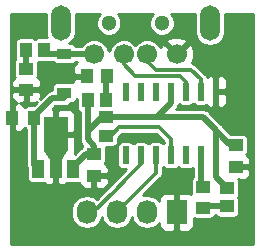
<source format=gbr>
G04 #@! TF.GenerationSoftware,KiCad,Pcbnew,(5.0.0)*
G04 #@! TF.CreationDate,2019-03-13T11:52:12+09:00*
G04 #@! TF.ProjectId,USBtoUART,555342746F554152542E6B696361645F,rev?*
G04 #@! TF.SameCoordinates,Original*
G04 #@! TF.FileFunction,Copper,L2,Bot,Signal*
G04 #@! TF.FilePolarity,Positive*
%FSLAX46Y46*%
G04 Gerber Fmt 4.6, Leading zero omitted, Abs format (unit mm)*
G04 Created by KiCad (PCBNEW (5.0.0)) date 03/13/19 11:52:12*
%MOMM*%
%LPD*%
G01*
G04 APERTURE LIST*
G04 #@! TA.AperFunction,SMDPad,CuDef*
%ADD10R,1.000760X1.501140*%
G04 #@! TD*
G04 #@! TA.AperFunction,SMDPad,CuDef*
%ADD11R,1.998980X2.999740*%
G04 #@! TD*
G04 #@! TA.AperFunction,SMDPad,CuDef*
%ADD12C,0.749300*%
G04 #@! TD*
G04 #@! TA.AperFunction,Conductor*
%ADD13C,0.100000*%
G04 #@! TD*
G04 #@! TA.AperFunction,SMDPad,CuDef*
%ADD14R,1.200000X1.000000*%
G04 #@! TD*
G04 #@! TA.AperFunction,ComponentPad*
%ADD15R,1.727200X2.032000*%
G04 #@! TD*
G04 #@! TA.AperFunction,ComponentPad*
%ADD16O,1.727200X2.032000*%
G04 #@! TD*
G04 #@! TA.AperFunction,SMDPad,CuDef*
%ADD17R,1.000000X1.200000*%
G04 #@! TD*
G04 #@! TA.AperFunction,SMDPad,CuDef*
%ADD18R,1.220000X0.910000*%
G04 #@! TD*
G04 #@! TA.AperFunction,ComponentPad*
%ADD19O,1.700000X3.000000*%
G04 #@! TD*
G04 #@! TA.AperFunction,ComponentPad*
%ADD20C,1.700000*%
G04 #@! TD*
G04 #@! TA.AperFunction,ComponentPad*
%ADD21C,1.300000*%
G04 #@! TD*
G04 #@! TA.AperFunction,SMDPad,CuDef*
%ADD22R,0.600000X1.500000*%
G04 #@! TD*
G04 #@! TA.AperFunction,Conductor*
%ADD23C,0.500000*%
G04 #@! TD*
G04 #@! TA.AperFunction,Conductor*
%ADD24C,0.300000*%
G04 #@! TD*
G04 #@! TA.AperFunction,Conductor*
%ADD25C,0.254000*%
G04 #@! TD*
G04 APERTURE END LIST*
D10*
G04 #@! TO.P,U1,1*
G04 #@! TO.N,+3.3V*
X94751140Y-116101660D03*
G04 #@! TO.P,U1,2*
G04 #@! TO.N,GND*
X93250000Y-116101660D03*
G04 #@! TO.P,U1,3*
G04 #@! TO.N,Net-(C1-Pad1)*
X91748860Y-116101660D03*
D11*
G04 #@! TO.P,U1,2*
G04 #@! TO.N,GND*
X93250000Y-113150180D03*
D12*
X93250000Y-114999300D03*
D13*
G04 #@! TD*
G04 #@! TO.N,GND*
G04 #@! TO.C,U1*
G36*
X92749620Y-115373950D02*
X92249240Y-114624650D01*
X94250760Y-114624650D01*
X93750380Y-115373950D01*
X92749620Y-115373950D01*
X92749620Y-115373950D01*
G37*
D14*
G04 #@! TO.P,C3,1*
G04 #@! TO.N,+3.3V*
X96500000Y-114800000D03*
G04 #@! TO.P,C3,2*
G04 #@! TO.N,GND*
X96500000Y-116680000D03*
G04 #@! TD*
D15*
G04 #@! TO.P,P2,1*
G04 #@! TO.N,GND*
X103500000Y-119750000D03*
D16*
G04 #@! TO.P,P2,2*
G04 #@! TO.N,VCC*
X100960000Y-119750000D03*
G04 #@! TO.P,P2,3*
G04 #@! TO.N,/RX*
X98420000Y-119750000D03*
G04 #@! TO.P,P2,4*
G04 #@! TO.N,/TX*
X95880000Y-119750000D03*
G04 #@! TD*
D17*
G04 #@! TO.P,C1,1*
G04 #@! TO.N,Net-(C1-Pad1)*
X91450000Y-111750000D03*
G04 #@! TO.P,C1,2*
G04 #@! TO.N,GND*
X89570000Y-111750000D03*
G04 #@! TD*
D14*
G04 #@! TO.P,C2,1*
G04 #@! TO.N,+3.3V*
X108500000Y-114050000D03*
G04 #@! TO.P,C2,2*
G04 #@! TO.N,GND*
X108500000Y-115930000D03*
G04 #@! TD*
D18*
G04 #@! TO.P,D1,1*
G04 #@! TO.N,+5V*
X94000000Y-106365000D03*
G04 #@! TO.P,D1,2*
G04 #@! TO.N,Net-(C1-Pad1)*
X94000000Y-109635000D03*
G04 #@! TD*
D19*
G04 #@! TO.P,P1,5*
G04 #@! TO.N,Net-(P1-Pad5)*
X106325000Y-103750000D03*
X93675000Y-103750000D03*
D20*
G04 #@! TO.P,P1,2*
G04 #@! TO.N,/D-*
X99000000Y-106400000D03*
G04 #@! TO.P,P1,1*
G04 #@! TO.N,+5V*
X96500000Y-106400000D03*
G04 #@! TO.P,P1,3*
G04 #@! TO.N,/D+*
X101000000Y-106400000D03*
G04 #@! TO.P,P1,4*
G04 #@! TO.N,GND*
X103500000Y-106400000D03*
D21*
G04 #@! TO.P,P1,*
G04 #@! TO.N,*
X97750000Y-103750000D03*
X102250000Y-103750000D03*
G04 #@! TD*
D22*
G04 #@! TO.P,U2,1*
G04 #@! TO.N,+3.3V*
X106810000Y-114950000D03*
G04 #@! TO.P,U2,2*
G04 #@! TO.N,/GP0*
X105540000Y-114950000D03*
G04 #@! TO.P,U2,3*
G04 #@! TO.N,/GP1*
X104270000Y-114950000D03*
G04 #@! TO.P,U2,4*
G04 #@! TO.N,Net-(R1-Pad1)*
X103000000Y-114950000D03*
G04 #@! TO.P,U2,5*
G04 #@! TO.N,/RX*
X101730000Y-114950000D03*
G04 #@! TO.P,U2,6*
G04 #@! TO.N,/TX*
X100460000Y-114950000D03*
G04 #@! TO.P,U2,7*
G04 #@! TO.N,/GP2*
X99190000Y-114950000D03*
G04 #@! TO.P,U2,8*
G04 #@! TO.N,Net-(U2-Pad8)*
X99190000Y-109550000D03*
G04 #@! TO.P,U2,9*
G04 #@! TO.N,Net-(U2-Pad9)*
X100460000Y-109550000D03*
G04 #@! TO.P,U2,10*
G04 #@! TO.N,Net-(U2-Pad10)*
X101730000Y-109550000D03*
G04 #@! TO.P,U2,11*
G04 #@! TO.N,+3.3V*
X103000000Y-109550000D03*
G04 #@! TO.P,U2,12*
G04 #@! TO.N,/D-*
X104270000Y-109550000D03*
G04 #@! TO.P,U2,13*
G04 #@! TO.N,/D+*
X105540000Y-109550000D03*
G04 #@! TO.P,U2,14*
G04 #@! TO.N,GND*
X106810000Y-109550000D03*
G04 #@! TD*
D17*
G04 #@! TO.P,R2,1*
G04 #@! TO.N,Net-(D2-Pad1)*
X90720000Y-106000000D03*
G04 #@! TO.P,R2,2*
G04 #@! TO.N,+5V*
X92280000Y-106000000D03*
G04 #@! TD*
G04 #@! TO.P,R3,2*
G04 #@! TO.N,+3.3V*
X95970000Y-110250000D03*
G04 #@! TO.P,R3,1*
G04 #@! TO.N,Net-(D3-Pad1)*
X97530000Y-110250000D03*
G04 #@! TD*
D14*
G04 #@! TO.P,R4,1*
G04 #@! TO.N,Net-(D4-Pad1)*
X107750000Y-119280000D03*
G04 #@! TO.P,R4,2*
G04 #@! TO.N,+3.3V*
X107750000Y-117720000D03*
G04 #@! TD*
G04 #@! TO.P,D2,2*
G04 #@! TO.N,GND*
X90750000Y-109380000D03*
G04 #@! TO.P,D2,1*
G04 #@! TO.N,Net-(D2-Pad1)*
X90750000Y-107620000D03*
G04 #@! TD*
D17*
G04 #@! TO.P,D3,1*
G04 #@! TO.N,Net-(D3-Pad1)*
X97630000Y-108250000D03*
G04 #@! TO.P,D3,2*
G04 #@! TO.N,GND*
X95870000Y-108250000D03*
G04 #@! TD*
D14*
G04 #@! TO.P,D4,2*
G04 #@! TO.N,/GP0*
X105750000Y-117620000D03*
G04 #@! TO.P,D4,1*
G04 #@! TO.N,Net-(D4-Pad1)*
X105750000Y-119380000D03*
G04 #@! TD*
G04 #@! TO.P,R1,1*
G04 #@! TO.N,Net-(R1-Pad1)*
X97500000Y-113280000D03*
G04 #@! TO.P,R1,2*
G04 #@! TO.N,+3.3V*
X97500000Y-111720000D03*
G04 #@! TD*
D23*
G04 #@! TO.N,Net-(C1-Pad1)*
X91450000Y-111750000D02*
X91450000Y-111620000D01*
X92935000Y-110135000D02*
X94000000Y-110135000D01*
X91450000Y-111620000D02*
X92935000Y-110135000D01*
X91450000Y-111750000D02*
X91450000Y-115802800D01*
X91450000Y-115802800D02*
X91748860Y-116101660D01*
G04 #@! TO.N,+3.3V*
X95950000Y-110020000D02*
X95970000Y-110000000D01*
X97500000Y-111720000D02*
X101810000Y-111720000D01*
X103000000Y-110530000D02*
X103000000Y-109550000D01*
X101810000Y-111720000D02*
X103000000Y-110530000D01*
X108500000Y-113950000D02*
X107960000Y-113950000D01*
X107960000Y-113950000D02*
X105730000Y-111720000D01*
X105730000Y-111720000D02*
X101810000Y-111720000D01*
X106810000Y-114950000D02*
X106810000Y-116780000D01*
X106810000Y-116780000D02*
X107750000Y-117720000D01*
X106810000Y-114950000D02*
X106810000Y-112800000D01*
X106810000Y-112800000D02*
X105730000Y-111720000D01*
X96500000Y-114800000D02*
X96500000Y-114140000D01*
X96500000Y-114140000D02*
X95970000Y-113610000D01*
X95970000Y-113610000D02*
X95970000Y-113040000D01*
X95970000Y-113040000D02*
X95970000Y-110250000D01*
X97500000Y-111720000D02*
X97150000Y-111720000D01*
X97150000Y-111720000D02*
X96720000Y-112150000D01*
X96720000Y-112150000D02*
X95970000Y-112900000D01*
X95970000Y-113610000D02*
X95970000Y-112900000D01*
X95970000Y-112900000D02*
X96720000Y-112150000D01*
X94751140Y-116101660D02*
X94751140Y-115908860D01*
X95860000Y-114800000D02*
X96500000Y-114800000D01*
X94751140Y-115908860D02*
X95860000Y-114800000D01*
G04 #@! TO.N,+5V*
X96500000Y-106400000D02*
X94035000Y-106400000D01*
X94035000Y-106400000D02*
X94000000Y-106365000D01*
X94000000Y-106365000D02*
X92645000Y-106365000D01*
X92645000Y-106365000D02*
X92280000Y-106000000D01*
G04 #@! TO.N,Net-(D2-Pad1)*
X90720000Y-106000000D02*
X90720000Y-107590000D01*
X90720000Y-107590000D02*
X90750000Y-107620000D01*
G04 #@! TO.N,Net-(D3-Pad1)*
X97530000Y-110000000D02*
X97530000Y-108350000D01*
X97530000Y-108350000D02*
X97630000Y-108250000D01*
G04 #@! TO.N,/GP0*
X105540000Y-115450000D02*
X105540000Y-117410000D01*
X105540000Y-117410000D02*
X105750000Y-117620000D01*
G04 #@! TO.N,Net-(D4-Pad1)*
X107750000Y-119280000D02*
X105850000Y-119280000D01*
X105850000Y-119280000D02*
X105750000Y-119380000D01*
D24*
G04 #@! TO.N,/D-*
X99000000Y-106400000D02*
X99000000Y-107260000D01*
X104270000Y-108720000D02*
X104270000Y-109550000D01*
X103800000Y-108250000D02*
X104270000Y-108720000D01*
X99990000Y-108250000D02*
X103800000Y-108250000D01*
X99000000Y-107260000D02*
X99990000Y-108250000D01*
G04 #@! TO.N,/D+*
X101000000Y-106400000D02*
X101000000Y-106990000D01*
X105540000Y-108520000D02*
X105540000Y-109550000D01*
X104740000Y-107720000D02*
X105540000Y-108520000D01*
X101730000Y-107720000D02*
X104740000Y-107720000D01*
X101000000Y-106990000D02*
X101730000Y-107720000D01*
G04 #@! TO.N,/RX*
X101730000Y-114950000D02*
X101730000Y-116440000D01*
X101730000Y-116440000D02*
X98420000Y-119750000D01*
G04 #@! TO.N,/TX*
X96420000Y-119750000D02*
X95880000Y-119750000D01*
X98240000Y-117930000D02*
X96420000Y-119750000D01*
X98240000Y-117930000D02*
X99280000Y-116890000D01*
X99280000Y-116890000D02*
X100280000Y-115890000D01*
X100280000Y-115890000D02*
X100190000Y-115980000D01*
X100460000Y-114950000D02*
X100460000Y-115710000D01*
X100460000Y-115710000D02*
X100280000Y-115890000D01*
G04 #@! TO.N,Net-(R1-Pad1)*
X97500000Y-113280000D02*
X97940000Y-113280000D01*
X103000000Y-113590000D02*
X103000000Y-114950000D01*
X102000000Y-112590000D02*
X103000000Y-113590000D01*
X98630000Y-112590000D02*
X102000000Y-112590000D01*
X97940000Y-113280000D02*
X98630000Y-112590000D01*
G04 #@! TD*
D25*
G04 #@! TO.N,GND*
G36*
X92398000Y-104525769D02*
X92472093Y-104898260D01*
X92516444Y-104964635D01*
X91780000Y-104964635D01*
X91613393Y-104997775D01*
X91500000Y-105073541D01*
X91386607Y-104997775D01*
X91220000Y-104964635D01*
X90220000Y-104964635D01*
X90053393Y-104997775D01*
X89912150Y-105092150D01*
X89817775Y-105233393D01*
X89784635Y-105400000D01*
X89784635Y-106600000D01*
X89817775Y-106766607D01*
X89846337Y-106809353D01*
X89842150Y-106812150D01*
X89747775Y-106953393D01*
X89714635Y-107120000D01*
X89714635Y-108120000D01*
X89747775Y-108286607D01*
X89786865Y-108345109D01*
X89611673Y-108520302D01*
X89515000Y-108753691D01*
X89515000Y-109094250D01*
X89673750Y-109253000D01*
X90623000Y-109253000D01*
X90623000Y-109233000D01*
X90877000Y-109233000D01*
X90877000Y-109253000D01*
X91826250Y-109253000D01*
X91985000Y-109094250D01*
X91985000Y-108753691D01*
X91888327Y-108520302D01*
X91713135Y-108345109D01*
X91752225Y-108286607D01*
X91785365Y-108120000D01*
X91785365Y-107120000D01*
X91768058Y-107032990D01*
X91780000Y-107035365D01*
X92544966Y-107035365D01*
X92578322Y-107042000D01*
X92578323Y-107042000D01*
X92645000Y-107055263D01*
X92711676Y-107042000D01*
X93024787Y-107042000D01*
X93082150Y-107127850D01*
X93223393Y-107222225D01*
X93390000Y-107255365D01*
X94610000Y-107255365D01*
X94776607Y-107222225D01*
X94917850Y-107127850D01*
X94951827Y-107077000D01*
X95094010Y-107077000D01*
X95010302Y-107111673D01*
X94831673Y-107290301D01*
X94735000Y-107523690D01*
X94735000Y-107964250D01*
X94893750Y-108123000D01*
X95743000Y-108123000D01*
X95743000Y-108103000D01*
X95997000Y-108103000D01*
X95997000Y-108123000D01*
X96017000Y-108123000D01*
X96017000Y-108377000D01*
X95997000Y-108377000D01*
X95997000Y-108397000D01*
X95743000Y-108397000D01*
X95743000Y-108377000D01*
X94893750Y-108377000D01*
X94735000Y-108535750D01*
X94735000Y-108769499D01*
X94610000Y-108744635D01*
X93390000Y-108744635D01*
X93223393Y-108777775D01*
X93082150Y-108872150D01*
X92987775Y-109013393D01*
X92954635Y-109180000D01*
X92954635Y-109448643D01*
X92934999Y-109444737D01*
X92868323Y-109458000D01*
X92868322Y-109458000D01*
X92670848Y-109497280D01*
X92446910Y-109646910D01*
X92409138Y-109703440D01*
X91899249Y-110213329D01*
X91985000Y-110006309D01*
X91985000Y-109665750D01*
X91826250Y-109507000D01*
X90877000Y-109507000D01*
X90877000Y-110356250D01*
X91035750Y-110515000D01*
X91476310Y-110515000D01*
X91683328Y-110429250D01*
X91397944Y-110714635D01*
X90950000Y-110714635D01*
X90783393Y-110747775D01*
X90642150Y-110842150D01*
X90634528Y-110853557D01*
X90608327Y-110790301D01*
X90429698Y-110611673D01*
X90196309Y-110515000D01*
X90464250Y-110515000D01*
X90623000Y-110356250D01*
X90623000Y-109507000D01*
X89673750Y-109507000D01*
X89515000Y-109665750D01*
X89515000Y-110006309D01*
X89611673Y-110239698D01*
X89790301Y-110418327D01*
X90023690Y-110515000D01*
X89855750Y-110515000D01*
X89697000Y-110673750D01*
X89697000Y-111623000D01*
X89717000Y-111623000D01*
X89717000Y-111877000D01*
X89697000Y-111877000D01*
X89697000Y-112826250D01*
X89855750Y-112985000D01*
X90196309Y-112985000D01*
X90429698Y-112888327D01*
X90608327Y-112709699D01*
X90634528Y-112646443D01*
X90642150Y-112657850D01*
X90773000Y-112745281D01*
X90773001Y-115736119D01*
X90759737Y-115802800D01*
X90800525Y-116007850D01*
X90812281Y-116066952D01*
X90813115Y-116068200D01*
X90813115Y-116852230D01*
X90846255Y-117018837D01*
X90940630Y-117160080D01*
X91081873Y-117254455D01*
X91248480Y-117287595D01*
X92249240Y-117287595D01*
X92280701Y-117281337D01*
X92389922Y-117390557D01*
X92623311Y-117487230D01*
X92964250Y-117487230D01*
X93123000Y-117328480D01*
X93123000Y-116228660D01*
X93103000Y-116228660D01*
X93103000Y-116021390D01*
X93123000Y-116021390D01*
X93123000Y-113277180D01*
X93103000Y-113277180D01*
X93103000Y-113023180D01*
X93123000Y-113023180D01*
X93123000Y-111174060D01*
X93377000Y-111174060D01*
X93377000Y-113023180D01*
X94725740Y-113023180D01*
X94884490Y-112864430D01*
X94884490Y-111524000D01*
X94787817Y-111290611D01*
X94609188Y-111111983D01*
X94375799Y-111015310D01*
X93535750Y-111015310D01*
X93377000Y-111174060D01*
X93123000Y-111174060D01*
X92988181Y-111039241D01*
X93215422Y-110812000D01*
X94066678Y-110812000D01*
X94264152Y-110772720D01*
X94488090Y-110623090D01*
X94553388Y-110525365D01*
X94610000Y-110525365D01*
X94776607Y-110492225D01*
X94917850Y-110397850D01*
X95012225Y-110256607D01*
X95034635Y-110143944D01*
X95034635Y-110850000D01*
X95067775Y-111016607D01*
X95162150Y-111157850D01*
X95293001Y-111245281D01*
X95293000Y-112833322D01*
X95279737Y-112900000D01*
X95293000Y-112966676D01*
X95293000Y-113543324D01*
X95279737Y-113610000D01*
X95293000Y-113676676D01*
X95293000Y-113676677D01*
X95332280Y-113874151D01*
X95481910Y-114098089D01*
X95509186Y-114116315D01*
X95497775Y-114133393D01*
X95476116Y-114242282D01*
X95371910Y-114311910D01*
X95334138Y-114368440D01*
X94854983Y-114847595D01*
X94884490Y-114776360D01*
X94884490Y-114669867D01*
X94898200Y-114624650D01*
X94884490Y-114555724D01*
X94884490Y-113435930D01*
X94725740Y-113277180D01*
X93377000Y-113277180D01*
X93377000Y-116021390D01*
X93397000Y-116021390D01*
X93397000Y-116228660D01*
X93377000Y-116228660D01*
X93377000Y-117328480D01*
X93535750Y-117487230D01*
X93876689Y-117487230D01*
X94110078Y-117390557D01*
X94219299Y-117281337D01*
X94250760Y-117287595D01*
X95251520Y-117287595D01*
X95265000Y-117284914D01*
X95265000Y-117306309D01*
X95361673Y-117539698D01*
X95540301Y-117718327D01*
X95773690Y-117815000D01*
X96214250Y-117815000D01*
X96373000Y-117656250D01*
X96373000Y-116807000D01*
X96627000Y-116807000D01*
X96627000Y-117656250D01*
X96785750Y-117815000D01*
X97226310Y-117815000D01*
X97459699Y-117718327D01*
X97638327Y-117539698D01*
X97735000Y-117306309D01*
X97735000Y-116965750D01*
X97576250Y-116807000D01*
X96627000Y-116807000D01*
X96373000Y-116807000D01*
X96353000Y-116807000D01*
X96353000Y-116553000D01*
X96373000Y-116553000D01*
X96373000Y-116533000D01*
X96627000Y-116533000D01*
X96627000Y-116553000D01*
X97576250Y-116553000D01*
X97735000Y-116394250D01*
X97735000Y-116053691D01*
X97638327Y-115820302D01*
X97459699Y-115641673D01*
X97396443Y-115615472D01*
X97407850Y-115607850D01*
X97502225Y-115466607D01*
X97535365Y-115300000D01*
X97535365Y-114300000D01*
X97518530Y-114215365D01*
X98100000Y-114215365D01*
X98266607Y-114182225D01*
X98407850Y-114087850D01*
X98502225Y-113946607D01*
X98535365Y-113780000D01*
X98535365Y-113500635D01*
X98869001Y-113167000D01*
X101761000Y-113167000D01*
X102423000Y-113829002D01*
X102423000Y-113871537D01*
X102392150Y-113892150D01*
X102365000Y-113932783D01*
X102337850Y-113892150D01*
X102196607Y-113797775D01*
X102030000Y-113764635D01*
X101430000Y-113764635D01*
X101263393Y-113797775D01*
X101122150Y-113892150D01*
X101095000Y-113932783D01*
X101067850Y-113892150D01*
X100926607Y-113797775D01*
X100760000Y-113764635D01*
X100160000Y-113764635D01*
X99993393Y-113797775D01*
X99852150Y-113892150D01*
X99825000Y-113932783D01*
X99797850Y-113892150D01*
X99656607Y-113797775D01*
X99490000Y-113764635D01*
X98890000Y-113764635D01*
X98723393Y-113797775D01*
X98582150Y-113892150D01*
X98487775Y-114033393D01*
X98454635Y-114200000D01*
X98454635Y-115700000D01*
X98487775Y-115866607D01*
X98582150Y-116007850D01*
X98723393Y-116102225D01*
X98890000Y-116135365D01*
X99218634Y-116135365D01*
X98912186Y-116441814D01*
X98912183Y-116441816D01*
X97872189Y-117481811D01*
X97872183Y-117481815D01*
X96736377Y-118617622D01*
X96383567Y-118381882D01*
X95880000Y-118281716D01*
X95376434Y-118381882D01*
X94949531Y-118667130D01*
X94664282Y-119094033D01*
X94589400Y-119470489D01*
X94589400Y-120029510D01*
X94664282Y-120405966D01*
X94949530Y-120832870D01*
X95376433Y-121118118D01*
X95880000Y-121218284D01*
X96383566Y-121118118D01*
X96810470Y-120832870D01*
X97095718Y-120405967D01*
X97150000Y-120133073D01*
X97204282Y-120405966D01*
X97489530Y-120832870D01*
X97916433Y-121118118D01*
X98420000Y-121218284D01*
X98923566Y-121118118D01*
X99350470Y-120832870D01*
X99635718Y-120405967D01*
X99690000Y-120133073D01*
X99744282Y-120405966D01*
X100029530Y-120832870D01*
X100456433Y-121118118D01*
X100960000Y-121218284D01*
X101463566Y-121118118D01*
X101890470Y-120832870D01*
X102001400Y-120666852D01*
X102001400Y-120892309D01*
X102098073Y-121125698D01*
X102276701Y-121304327D01*
X102510090Y-121401000D01*
X103214250Y-121401000D01*
X103373000Y-121242250D01*
X103373000Y-119877000D01*
X103353000Y-119877000D01*
X103353000Y-119623000D01*
X103373000Y-119623000D01*
X103373000Y-118257750D01*
X103214250Y-118099000D01*
X102510090Y-118099000D01*
X102276701Y-118195673D01*
X102098073Y-118374302D01*
X102001400Y-118607691D01*
X102001400Y-118833149D01*
X101890470Y-118667130D01*
X101463567Y-118381882D01*
X100960000Y-118281716D01*
X100640789Y-118345211D01*
X102097815Y-116888186D01*
X102145994Y-116855994D01*
X102273522Y-116665134D01*
X102307000Y-116496829D01*
X102307000Y-116496828D01*
X102318304Y-116440000D01*
X102307000Y-116383172D01*
X102307000Y-116028463D01*
X102337850Y-116007850D01*
X102365000Y-115967217D01*
X102392150Y-116007850D01*
X102533393Y-116102225D01*
X102700000Y-116135365D01*
X103300000Y-116135365D01*
X103466607Y-116102225D01*
X103607850Y-116007850D01*
X103635000Y-115967217D01*
X103662150Y-116007850D01*
X103803393Y-116102225D01*
X103970000Y-116135365D01*
X104570000Y-116135365D01*
X104736607Y-116102225D01*
X104863000Y-116017772D01*
X104863001Y-116798218D01*
X104842150Y-116812150D01*
X104747775Y-116953393D01*
X104714635Y-117120000D01*
X104714635Y-118120000D01*
X104731273Y-118203647D01*
X104723299Y-118195673D01*
X104489910Y-118099000D01*
X103785750Y-118099000D01*
X103627000Y-118257750D01*
X103627000Y-119623000D01*
X103647000Y-119623000D01*
X103647000Y-119877000D01*
X103627000Y-119877000D01*
X103627000Y-121242250D01*
X103785750Y-121401000D01*
X104489910Y-121401000D01*
X104723299Y-121304327D01*
X104901927Y-121125698D01*
X104998600Y-120892309D01*
X104998600Y-120285250D01*
X105150000Y-120315365D01*
X106350000Y-120315365D01*
X106516607Y-120282225D01*
X106657850Y-120187850D01*
X106752225Y-120046607D01*
X106766532Y-119974679D01*
X106842150Y-120087850D01*
X106983393Y-120182225D01*
X107150000Y-120215365D01*
X108350000Y-120215365D01*
X108516607Y-120182225D01*
X108657850Y-120087850D01*
X108752225Y-119946607D01*
X108785365Y-119780000D01*
X108785365Y-118780000D01*
X108752225Y-118613393D01*
X108676459Y-118500000D01*
X108752225Y-118386607D01*
X108785365Y-118220000D01*
X108785365Y-117220000D01*
X108752225Y-117053393D01*
X108708090Y-116987340D01*
X108785750Y-117065000D01*
X109226310Y-117065000D01*
X109459699Y-116968327D01*
X109638327Y-116789698D01*
X109735000Y-116556309D01*
X109735000Y-116215750D01*
X109576250Y-116057000D01*
X108627000Y-116057000D01*
X108627000Y-116077000D01*
X108373000Y-116077000D01*
X108373000Y-116057000D01*
X108353000Y-116057000D01*
X108353000Y-115803000D01*
X108373000Y-115803000D01*
X108373000Y-115783000D01*
X108627000Y-115783000D01*
X108627000Y-115803000D01*
X109576250Y-115803000D01*
X109735000Y-115644250D01*
X109735000Y-115303691D01*
X109638327Y-115070302D01*
X109459699Y-114891673D01*
X109396443Y-114865472D01*
X109407850Y-114857850D01*
X109502225Y-114716607D01*
X109535365Y-114550000D01*
X109535365Y-113550000D01*
X109502225Y-113383393D01*
X109407850Y-113242150D01*
X109266607Y-113147775D01*
X109100000Y-113114635D01*
X108082057Y-113114635D01*
X107335863Y-112368442D01*
X107335860Y-112368437D01*
X107298090Y-112311910D01*
X107241563Y-112274140D01*
X106255864Y-111288442D01*
X106218090Y-111231910D01*
X105994152Y-111082280D01*
X105796678Y-111043000D01*
X105796676Y-111043000D01*
X105730000Y-111029737D01*
X105663324Y-111043000D01*
X103450808Y-111043000D01*
X103488089Y-111018090D01*
X103637720Y-110794152D01*
X103673296Y-110615298D01*
X103803393Y-110702225D01*
X103970000Y-110735365D01*
X104570000Y-110735365D01*
X104736607Y-110702225D01*
X104877850Y-110607850D01*
X104905000Y-110567217D01*
X104932150Y-110607850D01*
X105073393Y-110702225D01*
X105240000Y-110735365D01*
X105840000Y-110735365D01*
X106006607Y-110702225D01*
X106011159Y-110699184D01*
X106150301Y-110838327D01*
X106383690Y-110935000D01*
X106524250Y-110935000D01*
X106683000Y-110776250D01*
X106683000Y-109677000D01*
X106937000Y-109677000D01*
X106937000Y-110776250D01*
X107095750Y-110935000D01*
X107236310Y-110935000D01*
X107469699Y-110838327D01*
X107648327Y-110659698D01*
X107745000Y-110426309D01*
X107745000Y-109835750D01*
X107586250Y-109677000D01*
X106937000Y-109677000D01*
X106683000Y-109677000D01*
X106663000Y-109677000D01*
X106663000Y-109423000D01*
X106683000Y-109423000D01*
X106683000Y-108323750D01*
X106937000Y-108323750D01*
X106937000Y-109423000D01*
X107586250Y-109423000D01*
X107745000Y-109264250D01*
X107745000Y-108673691D01*
X107648327Y-108440302D01*
X107469699Y-108261673D01*
X107236310Y-108165000D01*
X107095750Y-108165000D01*
X106937000Y-108323750D01*
X106683000Y-108323750D01*
X106524250Y-108165000D01*
X106383690Y-108165000D01*
X106150301Y-108261673D01*
X106089094Y-108322880D01*
X106083522Y-108294866D01*
X105955994Y-108104006D01*
X105907815Y-108071814D01*
X105188188Y-107352188D01*
X105155994Y-107304006D01*
X104965134Y-107176478D01*
X104809264Y-107145473D01*
X104996718Y-106628721D01*
X104970315Y-106038542D01*
X104795259Y-105615920D01*
X104543958Y-105535647D01*
X103679605Y-106400000D01*
X103693748Y-106414143D01*
X103514143Y-106593748D01*
X103500000Y-106579605D01*
X103485858Y-106593748D01*
X103306253Y-106414143D01*
X103320395Y-106400000D01*
X102456042Y-105535647D01*
X102204741Y-105615920D01*
X102135967Y-105805507D01*
X102082588Y-105676638D01*
X101761992Y-105356042D01*
X102635647Y-105356042D01*
X103500000Y-106220395D01*
X104364353Y-105356042D01*
X104284080Y-105104741D01*
X103728721Y-104903282D01*
X103138542Y-104929685D01*
X102715920Y-105104741D01*
X102635647Y-105356042D01*
X101761992Y-105356042D01*
X101723362Y-105317412D01*
X101254011Y-105123000D01*
X100745989Y-105123000D01*
X100276638Y-105317412D01*
X100000000Y-105594050D01*
X99723362Y-105317412D01*
X99254011Y-105123000D01*
X98745989Y-105123000D01*
X98276638Y-105317412D01*
X97917412Y-105676638D01*
X97750000Y-106080805D01*
X97582588Y-105676638D01*
X97223362Y-105317412D01*
X96754011Y-105123000D01*
X96245989Y-105123000D01*
X95776638Y-105317412D01*
X95417412Y-105676638D01*
X95398208Y-105723000D01*
X94998599Y-105723000D01*
X94917850Y-105602150D01*
X94776607Y-105507775D01*
X94610000Y-105474635D01*
X94365233Y-105474635D01*
X94595665Y-105320665D01*
X94877907Y-104898260D01*
X94952000Y-104525769D01*
X94952000Y-103002000D01*
X96974891Y-103002000D01*
X96836963Y-103139928D01*
X96673000Y-103535771D01*
X96673000Y-103964229D01*
X96836963Y-104360072D01*
X97139928Y-104663037D01*
X97535771Y-104827000D01*
X97964229Y-104827000D01*
X98360072Y-104663037D01*
X98663037Y-104360072D01*
X98827000Y-103964229D01*
X98827000Y-103535771D01*
X98663037Y-103139928D01*
X98525109Y-103002000D01*
X101474891Y-103002000D01*
X101336963Y-103139928D01*
X101173000Y-103535771D01*
X101173000Y-103964229D01*
X101336963Y-104360072D01*
X101639928Y-104663037D01*
X102035771Y-104827000D01*
X102464229Y-104827000D01*
X102860072Y-104663037D01*
X103163037Y-104360072D01*
X103327000Y-103964229D01*
X103327000Y-103535771D01*
X103163037Y-103139928D01*
X103025109Y-103002000D01*
X105048000Y-103002000D01*
X105048000Y-104525769D01*
X105122093Y-104898260D01*
X105404336Y-105320665D01*
X105826741Y-105602907D01*
X106325000Y-105702017D01*
X106823260Y-105602907D01*
X107245665Y-105320665D01*
X107527907Y-104898260D01*
X107602000Y-104525769D01*
X107602000Y-103002000D01*
X109998001Y-103002000D01*
X109998000Y-122498000D01*
X89502000Y-122498000D01*
X89502000Y-103002000D01*
X92398000Y-103002000D01*
X92398000Y-104525769D01*
X92398000Y-104525769D01*
G37*
X92398000Y-104525769D02*
X92472093Y-104898260D01*
X92516444Y-104964635D01*
X91780000Y-104964635D01*
X91613393Y-104997775D01*
X91500000Y-105073541D01*
X91386607Y-104997775D01*
X91220000Y-104964635D01*
X90220000Y-104964635D01*
X90053393Y-104997775D01*
X89912150Y-105092150D01*
X89817775Y-105233393D01*
X89784635Y-105400000D01*
X89784635Y-106600000D01*
X89817775Y-106766607D01*
X89846337Y-106809353D01*
X89842150Y-106812150D01*
X89747775Y-106953393D01*
X89714635Y-107120000D01*
X89714635Y-108120000D01*
X89747775Y-108286607D01*
X89786865Y-108345109D01*
X89611673Y-108520302D01*
X89515000Y-108753691D01*
X89515000Y-109094250D01*
X89673750Y-109253000D01*
X90623000Y-109253000D01*
X90623000Y-109233000D01*
X90877000Y-109233000D01*
X90877000Y-109253000D01*
X91826250Y-109253000D01*
X91985000Y-109094250D01*
X91985000Y-108753691D01*
X91888327Y-108520302D01*
X91713135Y-108345109D01*
X91752225Y-108286607D01*
X91785365Y-108120000D01*
X91785365Y-107120000D01*
X91768058Y-107032990D01*
X91780000Y-107035365D01*
X92544966Y-107035365D01*
X92578322Y-107042000D01*
X92578323Y-107042000D01*
X92645000Y-107055263D01*
X92711676Y-107042000D01*
X93024787Y-107042000D01*
X93082150Y-107127850D01*
X93223393Y-107222225D01*
X93390000Y-107255365D01*
X94610000Y-107255365D01*
X94776607Y-107222225D01*
X94917850Y-107127850D01*
X94951827Y-107077000D01*
X95094010Y-107077000D01*
X95010302Y-107111673D01*
X94831673Y-107290301D01*
X94735000Y-107523690D01*
X94735000Y-107964250D01*
X94893750Y-108123000D01*
X95743000Y-108123000D01*
X95743000Y-108103000D01*
X95997000Y-108103000D01*
X95997000Y-108123000D01*
X96017000Y-108123000D01*
X96017000Y-108377000D01*
X95997000Y-108377000D01*
X95997000Y-108397000D01*
X95743000Y-108397000D01*
X95743000Y-108377000D01*
X94893750Y-108377000D01*
X94735000Y-108535750D01*
X94735000Y-108769499D01*
X94610000Y-108744635D01*
X93390000Y-108744635D01*
X93223393Y-108777775D01*
X93082150Y-108872150D01*
X92987775Y-109013393D01*
X92954635Y-109180000D01*
X92954635Y-109448643D01*
X92934999Y-109444737D01*
X92868323Y-109458000D01*
X92868322Y-109458000D01*
X92670848Y-109497280D01*
X92446910Y-109646910D01*
X92409138Y-109703440D01*
X91899249Y-110213329D01*
X91985000Y-110006309D01*
X91985000Y-109665750D01*
X91826250Y-109507000D01*
X90877000Y-109507000D01*
X90877000Y-110356250D01*
X91035750Y-110515000D01*
X91476310Y-110515000D01*
X91683328Y-110429250D01*
X91397944Y-110714635D01*
X90950000Y-110714635D01*
X90783393Y-110747775D01*
X90642150Y-110842150D01*
X90634528Y-110853557D01*
X90608327Y-110790301D01*
X90429698Y-110611673D01*
X90196309Y-110515000D01*
X90464250Y-110515000D01*
X90623000Y-110356250D01*
X90623000Y-109507000D01*
X89673750Y-109507000D01*
X89515000Y-109665750D01*
X89515000Y-110006309D01*
X89611673Y-110239698D01*
X89790301Y-110418327D01*
X90023690Y-110515000D01*
X89855750Y-110515000D01*
X89697000Y-110673750D01*
X89697000Y-111623000D01*
X89717000Y-111623000D01*
X89717000Y-111877000D01*
X89697000Y-111877000D01*
X89697000Y-112826250D01*
X89855750Y-112985000D01*
X90196309Y-112985000D01*
X90429698Y-112888327D01*
X90608327Y-112709699D01*
X90634528Y-112646443D01*
X90642150Y-112657850D01*
X90773000Y-112745281D01*
X90773001Y-115736119D01*
X90759737Y-115802800D01*
X90800525Y-116007850D01*
X90812281Y-116066952D01*
X90813115Y-116068200D01*
X90813115Y-116852230D01*
X90846255Y-117018837D01*
X90940630Y-117160080D01*
X91081873Y-117254455D01*
X91248480Y-117287595D01*
X92249240Y-117287595D01*
X92280701Y-117281337D01*
X92389922Y-117390557D01*
X92623311Y-117487230D01*
X92964250Y-117487230D01*
X93123000Y-117328480D01*
X93123000Y-116228660D01*
X93103000Y-116228660D01*
X93103000Y-116021390D01*
X93123000Y-116021390D01*
X93123000Y-113277180D01*
X93103000Y-113277180D01*
X93103000Y-113023180D01*
X93123000Y-113023180D01*
X93123000Y-111174060D01*
X93377000Y-111174060D01*
X93377000Y-113023180D01*
X94725740Y-113023180D01*
X94884490Y-112864430D01*
X94884490Y-111524000D01*
X94787817Y-111290611D01*
X94609188Y-111111983D01*
X94375799Y-111015310D01*
X93535750Y-111015310D01*
X93377000Y-111174060D01*
X93123000Y-111174060D01*
X92988181Y-111039241D01*
X93215422Y-110812000D01*
X94066678Y-110812000D01*
X94264152Y-110772720D01*
X94488090Y-110623090D01*
X94553388Y-110525365D01*
X94610000Y-110525365D01*
X94776607Y-110492225D01*
X94917850Y-110397850D01*
X95012225Y-110256607D01*
X95034635Y-110143944D01*
X95034635Y-110850000D01*
X95067775Y-111016607D01*
X95162150Y-111157850D01*
X95293001Y-111245281D01*
X95293000Y-112833322D01*
X95279737Y-112900000D01*
X95293000Y-112966676D01*
X95293000Y-113543324D01*
X95279737Y-113610000D01*
X95293000Y-113676676D01*
X95293000Y-113676677D01*
X95332280Y-113874151D01*
X95481910Y-114098089D01*
X95509186Y-114116315D01*
X95497775Y-114133393D01*
X95476116Y-114242282D01*
X95371910Y-114311910D01*
X95334138Y-114368440D01*
X94854983Y-114847595D01*
X94884490Y-114776360D01*
X94884490Y-114669867D01*
X94898200Y-114624650D01*
X94884490Y-114555724D01*
X94884490Y-113435930D01*
X94725740Y-113277180D01*
X93377000Y-113277180D01*
X93377000Y-116021390D01*
X93397000Y-116021390D01*
X93397000Y-116228660D01*
X93377000Y-116228660D01*
X93377000Y-117328480D01*
X93535750Y-117487230D01*
X93876689Y-117487230D01*
X94110078Y-117390557D01*
X94219299Y-117281337D01*
X94250760Y-117287595D01*
X95251520Y-117287595D01*
X95265000Y-117284914D01*
X95265000Y-117306309D01*
X95361673Y-117539698D01*
X95540301Y-117718327D01*
X95773690Y-117815000D01*
X96214250Y-117815000D01*
X96373000Y-117656250D01*
X96373000Y-116807000D01*
X96627000Y-116807000D01*
X96627000Y-117656250D01*
X96785750Y-117815000D01*
X97226310Y-117815000D01*
X97459699Y-117718327D01*
X97638327Y-117539698D01*
X97735000Y-117306309D01*
X97735000Y-116965750D01*
X97576250Y-116807000D01*
X96627000Y-116807000D01*
X96373000Y-116807000D01*
X96353000Y-116807000D01*
X96353000Y-116553000D01*
X96373000Y-116553000D01*
X96373000Y-116533000D01*
X96627000Y-116533000D01*
X96627000Y-116553000D01*
X97576250Y-116553000D01*
X97735000Y-116394250D01*
X97735000Y-116053691D01*
X97638327Y-115820302D01*
X97459699Y-115641673D01*
X97396443Y-115615472D01*
X97407850Y-115607850D01*
X97502225Y-115466607D01*
X97535365Y-115300000D01*
X97535365Y-114300000D01*
X97518530Y-114215365D01*
X98100000Y-114215365D01*
X98266607Y-114182225D01*
X98407850Y-114087850D01*
X98502225Y-113946607D01*
X98535365Y-113780000D01*
X98535365Y-113500635D01*
X98869001Y-113167000D01*
X101761000Y-113167000D01*
X102423000Y-113829002D01*
X102423000Y-113871537D01*
X102392150Y-113892150D01*
X102365000Y-113932783D01*
X102337850Y-113892150D01*
X102196607Y-113797775D01*
X102030000Y-113764635D01*
X101430000Y-113764635D01*
X101263393Y-113797775D01*
X101122150Y-113892150D01*
X101095000Y-113932783D01*
X101067850Y-113892150D01*
X100926607Y-113797775D01*
X100760000Y-113764635D01*
X100160000Y-113764635D01*
X99993393Y-113797775D01*
X99852150Y-113892150D01*
X99825000Y-113932783D01*
X99797850Y-113892150D01*
X99656607Y-113797775D01*
X99490000Y-113764635D01*
X98890000Y-113764635D01*
X98723393Y-113797775D01*
X98582150Y-113892150D01*
X98487775Y-114033393D01*
X98454635Y-114200000D01*
X98454635Y-115700000D01*
X98487775Y-115866607D01*
X98582150Y-116007850D01*
X98723393Y-116102225D01*
X98890000Y-116135365D01*
X99218634Y-116135365D01*
X98912186Y-116441814D01*
X98912183Y-116441816D01*
X97872189Y-117481811D01*
X97872183Y-117481815D01*
X96736377Y-118617622D01*
X96383567Y-118381882D01*
X95880000Y-118281716D01*
X95376434Y-118381882D01*
X94949531Y-118667130D01*
X94664282Y-119094033D01*
X94589400Y-119470489D01*
X94589400Y-120029510D01*
X94664282Y-120405966D01*
X94949530Y-120832870D01*
X95376433Y-121118118D01*
X95880000Y-121218284D01*
X96383566Y-121118118D01*
X96810470Y-120832870D01*
X97095718Y-120405967D01*
X97150000Y-120133073D01*
X97204282Y-120405966D01*
X97489530Y-120832870D01*
X97916433Y-121118118D01*
X98420000Y-121218284D01*
X98923566Y-121118118D01*
X99350470Y-120832870D01*
X99635718Y-120405967D01*
X99690000Y-120133073D01*
X99744282Y-120405966D01*
X100029530Y-120832870D01*
X100456433Y-121118118D01*
X100960000Y-121218284D01*
X101463566Y-121118118D01*
X101890470Y-120832870D01*
X102001400Y-120666852D01*
X102001400Y-120892309D01*
X102098073Y-121125698D01*
X102276701Y-121304327D01*
X102510090Y-121401000D01*
X103214250Y-121401000D01*
X103373000Y-121242250D01*
X103373000Y-119877000D01*
X103353000Y-119877000D01*
X103353000Y-119623000D01*
X103373000Y-119623000D01*
X103373000Y-118257750D01*
X103214250Y-118099000D01*
X102510090Y-118099000D01*
X102276701Y-118195673D01*
X102098073Y-118374302D01*
X102001400Y-118607691D01*
X102001400Y-118833149D01*
X101890470Y-118667130D01*
X101463567Y-118381882D01*
X100960000Y-118281716D01*
X100640789Y-118345211D01*
X102097815Y-116888186D01*
X102145994Y-116855994D01*
X102273522Y-116665134D01*
X102307000Y-116496829D01*
X102307000Y-116496828D01*
X102318304Y-116440000D01*
X102307000Y-116383172D01*
X102307000Y-116028463D01*
X102337850Y-116007850D01*
X102365000Y-115967217D01*
X102392150Y-116007850D01*
X102533393Y-116102225D01*
X102700000Y-116135365D01*
X103300000Y-116135365D01*
X103466607Y-116102225D01*
X103607850Y-116007850D01*
X103635000Y-115967217D01*
X103662150Y-116007850D01*
X103803393Y-116102225D01*
X103970000Y-116135365D01*
X104570000Y-116135365D01*
X104736607Y-116102225D01*
X104863000Y-116017772D01*
X104863001Y-116798218D01*
X104842150Y-116812150D01*
X104747775Y-116953393D01*
X104714635Y-117120000D01*
X104714635Y-118120000D01*
X104731273Y-118203647D01*
X104723299Y-118195673D01*
X104489910Y-118099000D01*
X103785750Y-118099000D01*
X103627000Y-118257750D01*
X103627000Y-119623000D01*
X103647000Y-119623000D01*
X103647000Y-119877000D01*
X103627000Y-119877000D01*
X103627000Y-121242250D01*
X103785750Y-121401000D01*
X104489910Y-121401000D01*
X104723299Y-121304327D01*
X104901927Y-121125698D01*
X104998600Y-120892309D01*
X104998600Y-120285250D01*
X105150000Y-120315365D01*
X106350000Y-120315365D01*
X106516607Y-120282225D01*
X106657850Y-120187850D01*
X106752225Y-120046607D01*
X106766532Y-119974679D01*
X106842150Y-120087850D01*
X106983393Y-120182225D01*
X107150000Y-120215365D01*
X108350000Y-120215365D01*
X108516607Y-120182225D01*
X108657850Y-120087850D01*
X108752225Y-119946607D01*
X108785365Y-119780000D01*
X108785365Y-118780000D01*
X108752225Y-118613393D01*
X108676459Y-118500000D01*
X108752225Y-118386607D01*
X108785365Y-118220000D01*
X108785365Y-117220000D01*
X108752225Y-117053393D01*
X108708090Y-116987340D01*
X108785750Y-117065000D01*
X109226310Y-117065000D01*
X109459699Y-116968327D01*
X109638327Y-116789698D01*
X109735000Y-116556309D01*
X109735000Y-116215750D01*
X109576250Y-116057000D01*
X108627000Y-116057000D01*
X108627000Y-116077000D01*
X108373000Y-116077000D01*
X108373000Y-116057000D01*
X108353000Y-116057000D01*
X108353000Y-115803000D01*
X108373000Y-115803000D01*
X108373000Y-115783000D01*
X108627000Y-115783000D01*
X108627000Y-115803000D01*
X109576250Y-115803000D01*
X109735000Y-115644250D01*
X109735000Y-115303691D01*
X109638327Y-115070302D01*
X109459699Y-114891673D01*
X109396443Y-114865472D01*
X109407850Y-114857850D01*
X109502225Y-114716607D01*
X109535365Y-114550000D01*
X109535365Y-113550000D01*
X109502225Y-113383393D01*
X109407850Y-113242150D01*
X109266607Y-113147775D01*
X109100000Y-113114635D01*
X108082057Y-113114635D01*
X107335863Y-112368442D01*
X107335860Y-112368437D01*
X107298090Y-112311910D01*
X107241563Y-112274140D01*
X106255864Y-111288442D01*
X106218090Y-111231910D01*
X105994152Y-111082280D01*
X105796678Y-111043000D01*
X105796676Y-111043000D01*
X105730000Y-111029737D01*
X105663324Y-111043000D01*
X103450808Y-111043000D01*
X103488089Y-111018090D01*
X103637720Y-110794152D01*
X103673296Y-110615298D01*
X103803393Y-110702225D01*
X103970000Y-110735365D01*
X104570000Y-110735365D01*
X104736607Y-110702225D01*
X104877850Y-110607850D01*
X104905000Y-110567217D01*
X104932150Y-110607850D01*
X105073393Y-110702225D01*
X105240000Y-110735365D01*
X105840000Y-110735365D01*
X106006607Y-110702225D01*
X106011159Y-110699184D01*
X106150301Y-110838327D01*
X106383690Y-110935000D01*
X106524250Y-110935000D01*
X106683000Y-110776250D01*
X106683000Y-109677000D01*
X106937000Y-109677000D01*
X106937000Y-110776250D01*
X107095750Y-110935000D01*
X107236310Y-110935000D01*
X107469699Y-110838327D01*
X107648327Y-110659698D01*
X107745000Y-110426309D01*
X107745000Y-109835750D01*
X107586250Y-109677000D01*
X106937000Y-109677000D01*
X106683000Y-109677000D01*
X106663000Y-109677000D01*
X106663000Y-109423000D01*
X106683000Y-109423000D01*
X106683000Y-108323750D01*
X106937000Y-108323750D01*
X106937000Y-109423000D01*
X107586250Y-109423000D01*
X107745000Y-109264250D01*
X107745000Y-108673691D01*
X107648327Y-108440302D01*
X107469699Y-108261673D01*
X107236310Y-108165000D01*
X107095750Y-108165000D01*
X106937000Y-108323750D01*
X106683000Y-108323750D01*
X106524250Y-108165000D01*
X106383690Y-108165000D01*
X106150301Y-108261673D01*
X106089094Y-108322880D01*
X106083522Y-108294866D01*
X105955994Y-108104006D01*
X105907815Y-108071814D01*
X105188188Y-107352188D01*
X105155994Y-107304006D01*
X104965134Y-107176478D01*
X104809264Y-107145473D01*
X104996718Y-106628721D01*
X104970315Y-106038542D01*
X104795259Y-105615920D01*
X104543958Y-105535647D01*
X103679605Y-106400000D01*
X103693748Y-106414143D01*
X103514143Y-106593748D01*
X103500000Y-106579605D01*
X103485858Y-106593748D01*
X103306253Y-106414143D01*
X103320395Y-106400000D01*
X102456042Y-105535647D01*
X102204741Y-105615920D01*
X102135967Y-105805507D01*
X102082588Y-105676638D01*
X101761992Y-105356042D01*
X102635647Y-105356042D01*
X103500000Y-106220395D01*
X104364353Y-105356042D01*
X104284080Y-105104741D01*
X103728721Y-104903282D01*
X103138542Y-104929685D01*
X102715920Y-105104741D01*
X102635647Y-105356042D01*
X101761992Y-105356042D01*
X101723362Y-105317412D01*
X101254011Y-105123000D01*
X100745989Y-105123000D01*
X100276638Y-105317412D01*
X100000000Y-105594050D01*
X99723362Y-105317412D01*
X99254011Y-105123000D01*
X98745989Y-105123000D01*
X98276638Y-105317412D01*
X97917412Y-105676638D01*
X97750000Y-106080805D01*
X97582588Y-105676638D01*
X97223362Y-105317412D01*
X96754011Y-105123000D01*
X96245989Y-105123000D01*
X95776638Y-105317412D01*
X95417412Y-105676638D01*
X95398208Y-105723000D01*
X94998599Y-105723000D01*
X94917850Y-105602150D01*
X94776607Y-105507775D01*
X94610000Y-105474635D01*
X94365233Y-105474635D01*
X94595665Y-105320665D01*
X94877907Y-104898260D01*
X94952000Y-104525769D01*
X94952000Y-103002000D01*
X96974891Y-103002000D01*
X96836963Y-103139928D01*
X96673000Y-103535771D01*
X96673000Y-103964229D01*
X96836963Y-104360072D01*
X97139928Y-104663037D01*
X97535771Y-104827000D01*
X97964229Y-104827000D01*
X98360072Y-104663037D01*
X98663037Y-104360072D01*
X98827000Y-103964229D01*
X98827000Y-103535771D01*
X98663037Y-103139928D01*
X98525109Y-103002000D01*
X101474891Y-103002000D01*
X101336963Y-103139928D01*
X101173000Y-103535771D01*
X101173000Y-103964229D01*
X101336963Y-104360072D01*
X101639928Y-104663037D01*
X102035771Y-104827000D01*
X102464229Y-104827000D01*
X102860072Y-104663037D01*
X103163037Y-104360072D01*
X103327000Y-103964229D01*
X103327000Y-103535771D01*
X103163037Y-103139928D01*
X103025109Y-103002000D01*
X105048000Y-103002000D01*
X105048000Y-104525769D01*
X105122093Y-104898260D01*
X105404336Y-105320665D01*
X105826741Y-105602907D01*
X106325000Y-105702017D01*
X106823260Y-105602907D01*
X107245665Y-105320665D01*
X107527907Y-104898260D01*
X107602000Y-104525769D01*
X107602000Y-103002000D01*
X109998001Y-103002000D01*
X109998000Y-122498000D01*
X89502000Y-122498000D01*
X89502000Y-103002000D01*
X92398000Y-103002000D01*
X92398000Y-104525769D01*
G04 #@! TD*
M02*

</source>
